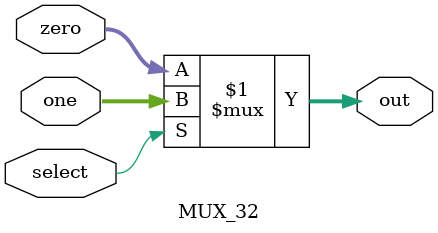
<source format=sv>
module MUX_32(
	input logic select,
	input logic [31:0] zero, one,
	output logic [31:0] out
);
	assign out = select ? one : zero;
endmodule
</source>
